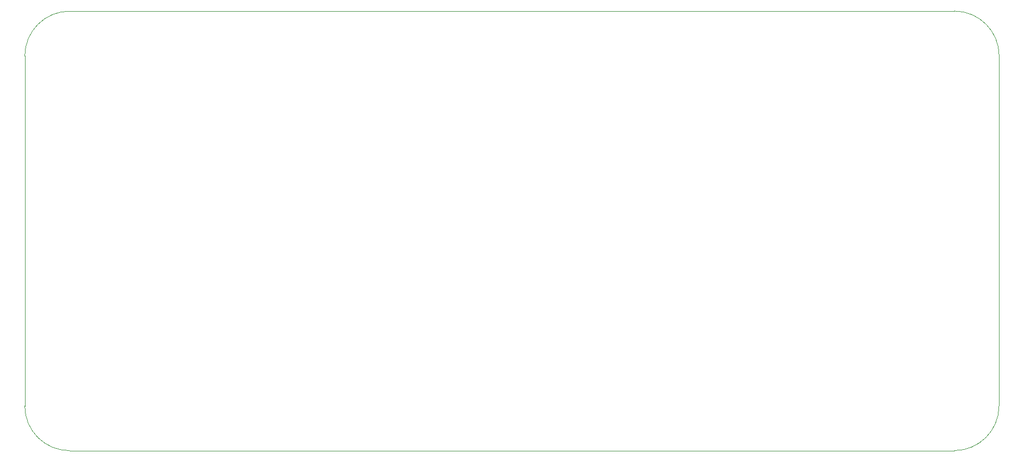
<source format=gm1>
G04 #@! TF.GenerationSoftware,KiCad,Pcbnew,(5.1.4)-1*
G04 #@! TF.CreationDate,2022-05-26T12:08:07-08:00*
G04 #@! TF.ProjectId,No2 controller PCB,4e6f3220-636f-46e7-9472-6f6c6c657220,rev?*
G04 #@! TF.SameCoordinates,Original*
G04 #@! TF.FileFunction,Profile,NP*
%FSLAX46Y46*%
G04 Gerber Fmt 4.6, Leading zero omitted, Abs format (unit mm)*
G04 Created by KiCad (PCBNEW (5.1.4)-1) date 2022-05-26 12:08:07*
%MOMM*%
%LPD*%
G04 APERTURE LIST*
%ADD10C,0.120000*%
G04 APERTURE END LIST*
D10*
X67814594Y-38956948D02*
X208550675Y-38944895D01*
X60665993Y-101830266D02*
X60670844Y-46100698D01*
X208542601Y-108937904D02*
X67786573Y-108942318D01*
X215671255Y-46056947D02*
X215654653Y-101817324D01*
X208554570Y-38944896D02*
G75*
G02X215671255Y-46056947I-3895J-7120584D01*
G01*
X215654652Y-101821219D02*
G75*
G02X208542601Y-108937904I-7120584J3895D01*
G01*
X67782678Y-108942317D02*
G75*
G02X60665993Y-101830266I3895J7120584D01*
G01*
X60670844Y-46100698D02*
G75*
G02X67814594Y-38956948I7143750J0D01*
G01*
M02*

</source>
